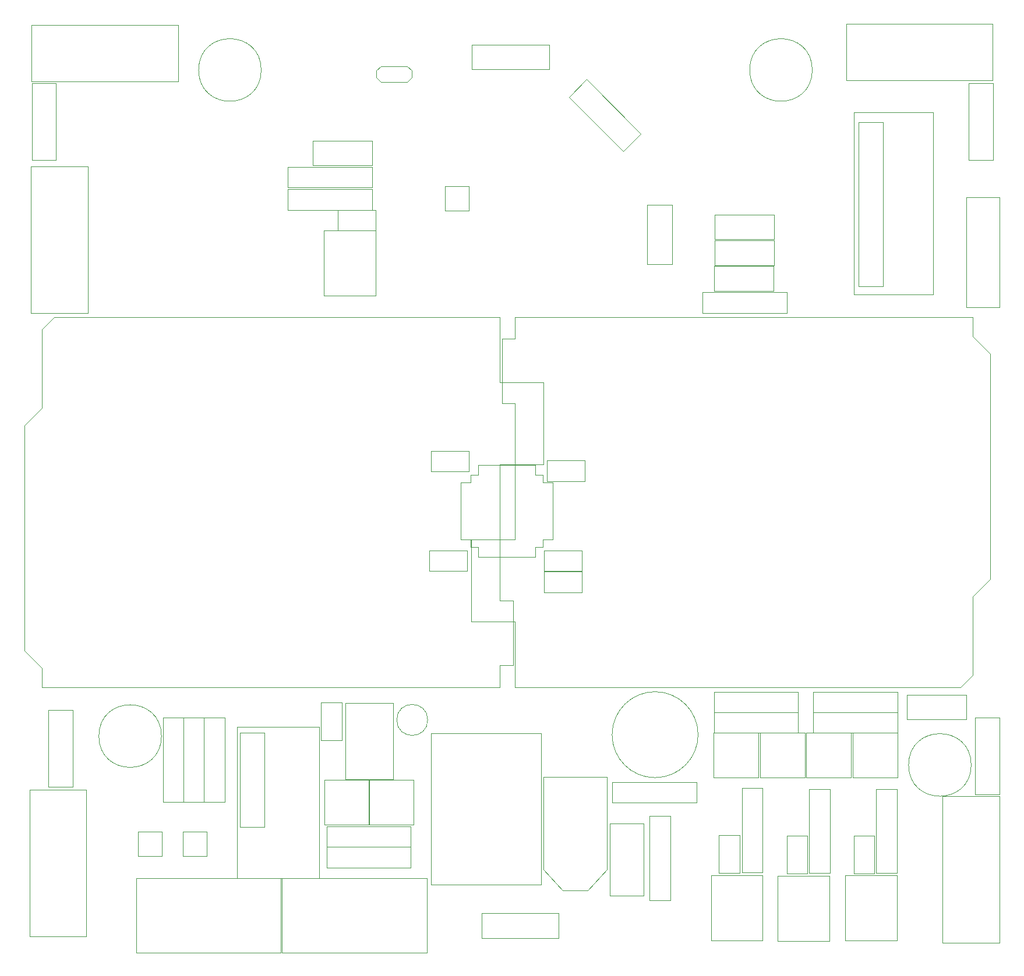
<source format=gbr>
G04 #@! TF.GenerationSoftware,KiCad,Pcbnew,(5.1.9)-1*
G04 #@! TF.CreationDate,2022-03-30T20:26:24+02:00*
G04 #@! TF.ProjectId,robot_mobilny_pcb,726f626f-745f-46d6-9f62-696c6e795f70,rev?*
G04 #@! TF.SameCoordinates,Original*
G04 #@! TF.FileFunction,Other,User*
%FSLAX46Y46*%
G04 Gerber Fmt 4.6, Leading zero omitted, Abs format (unit mm)*
G04 Created by KiCad (PCBNEW (5.1.9)-1) date 2022-03-30 20:26:24*
%MOMM*%
%LPD*%
G01*
G04 APERTURE LIST*
%ADD10C,0.050000*%
%ADD11C,0.120000*%
G04 APERTURE END LIST*
D10*
X61800000Y-183050000D02*
X61800000Y-161050000D01*
X49800000Y-183050000D02*
X61800000Y-183050000D01*
X49800000Y-161050000D02*
X49800000Y-183050000D01*
X49800000Y-161050000D02*
X61800000Y-161050000D01*
X139500000Y-98150000D02*
X139500000Y-71650000D01*
X151000000Y-98150000D02*
X139500000Y-98150000D01*
X151000000Y-71650000D02*
X151000000Y-98150000D01*
X139500000Y-71650000D02*
X151000000Y-71650000D01*
X80050000Y-82450000D02*
X83550000Y-82450000D01*
X80050000Y-82450000D02*
X80050000Y-85950000D01*
X83550000Y-85950000D02*
X83550000Y-82450000D01*
X83550000Y-85950000D02*
X80050000Y-85950000D01*
X35450000Y-176350000D02*
X38950000Y-176350000D01*
X35450000Y-176350000D02*
X35450000Y-179850000D01*
X38950000Y-179850000D02*
X38950000Y-176350000D01*
X38950000Y-179850000D02*
X35450000Y-179850000D01*
X41950000Y-176350000D02*
X45450000Y-176350000D01*
X41950000Y-176350000D02*
X41950000Y-179850000D01*
X45450000Y-179850000D02*
X45450000Y-176350000D01*
X45450000Y-179850000D02*
X41950000Y-179850000D01*
X70750000Y-67250000D02*
X74550000Y-67250000D01*
X74550000Y-67250000D02*
X75200000Y-66600000D01*
X75200000Y-66600000D02*
X75200000Y-65600000D01*
X75200000Y-65600000D02*
X74550000Y-64950000D01*
X74550000Y-64950000D02*
X70750000Y-64950000D01*
X70750000Y-64950000D02*
X70100000Y-65600000D01*
X70100000Y-65600000D02*
X70100000Y-66600000D01*
X70100000Y-66600000D02*
X70750000Y-67250000D01*
X108537686Y-74792102D02*
X100618090Y-66872506D01*
X100618090Y-66872506D02*
X98072506Y-69418090D01*
X98072506Y-69418090D02*
X105992102Y-77337686D01*
X105992102Y-77337686D02*
X108537686Y-74792102D01*
X21490000Y-155300000D02*
X21490000Y-152510000D01*
X21490000Y-152510000D02*
X18950000Y-149970000D01*
X18950000Y-149970000D02*
X18950000Y-117200000D01*
X18950000Y-117200000D02*
X21490000Y-114660000D01*
X21490000Y-114660000D02*
X21490000Y-103230000D01*
X21490000Y-103230000D02*
X23260000Y-101460000D01*
X23260000Y-101460000D02*
X88030000Y-101460000D01*
X88030000Y-101460000D02*
X88030000Y-110980000D01*
X88030000Y-110980000D02*
X94380000Y-110980000D01*
X94380000Y-110980000D02*
X94380000Y-122920000D01*
X94380000Y-122920000D02*
X88030000Y-122920000D01*
X88030000Y-122920000D02*
X88030000Y-142730000D01*
X88030000Y-142730000D02*
X89940000Y-142730000D01*
X89940000Y-142730000D02*
X89940000Y-152130000D01*
X89940000Y-152130000D02*
X88030000Y-152130000D01*
X88030000Y-152130000D02*
X88030000Y-155300000D01*
X88030000Y-155300000D02*
X21490000Y-155300000D01*
X90260000Y-101460000D02*
X156800000Y-101460000D01*
X90260000Y-104630000D02*
X90260000Y-101460000D01*
X88350000Y-104630000D02*
X90260000Y-104630000D01*
X88350000Y-114030000D02*
X88350000Y-104630000D01*
X90260000Y-114030000D02*
X88350000Y-114030000D01*
X90260000Y-133840000D02*
X90260000Y-114030000D01*
X83910000Y-133840000D02*
X90260000Y-133840000D01*
X83910000Y-145780000D02*
X83910000Y-133840000D01*
X90260000Y-145780000D02*
X83910000Y-145780000D01*
X90260000Y-155300000D02*
X90260000Y-145780000D01*
X155030000Y-155300000D02*
X90260000Y-155300000D01*
X156800000Y-153530000D02*
X155030000Y-155300000D01*
X156800000Y-142100000D02*
X156800000Y-153530000D01*
X159340000Y-139560000D02*
X156800000Y-142100000D01*
X159340000Y-106790000D02*
X159340000Y-139560000D01*
X156800000Y-104250000D02*
X159340000Y-106790000D01*
X156800000Y-101460000D02*
X156800000Y-104250000D01*
X89050000Y-122950000D02*
X84900000Y-122950000D01*
X84900000Y-122950000D02*
X84900000Y-124400000D01*
X84900000Y-124400000D02*
X83800000Y-124400000D01*
X83800000Y-124400000D02*
X83800000Y-125500000D01*
X83800000Y-125500000D02*
X82350000Y-125500000D01*
X82350000Y-125500000D02*
X82350000Y-129650000D01*
X89050000Y-122950000D02*
X93200000Y-122950000D01*
X93200000Y-122950000D02*
X93200000Y-124400000D01*
X93200000Y-124400000D02*
X94300000Y-124400000D01*
X94300000Y-124400000D02*
X94300000Y-125500000D01*
X94300000Y-125500000D02*
X95750000Y-125500000D01*
X95750000Y-125500000D02*
X95750000Y-129650000D01*
X89050000Y-136350000D02*
X84900000Y-136350000D01*
X84900000Y-136350000D02*
X84900000Y-134900000D01*
X84900000Y-134900000D02*
X83800000Y-134900000D01*
X83800000Y-134900000D02*
X83800000Y-133800000D01*
X83800000Y-133800000D02*
X82350000Y-133800000D01*
X82350000Y-133800000D02*
X82350000Y-129650000D01*
X89050000Y-136350000D02*
X93200000Y-136350000D01*
X93200000Y-136350000D02*
X93200000Y-134900000D01*
X93200000Y-134900000D02*
X94300000Y-134900000D01*
X94300000Y-134900000D02*
X94300000Y-133800000D01*
X94300000Y-133800000D02*
X95750000Y-133800000D01*
X95750000Y-133800000D02*
X95750000Y-129650000D01*
X156550000Y-166600000D02*
G75*
G03*
X156550000Y-166600000I-4550000J0D01*
G01*
X38850000Y-162400000D02*
G75*
G03*
X38850000Y-162400000I-4550000J0D01*
G01*
X133450000Y-65500000D02*
G75*
G03*
X133450000Y-65500000I-4550000J0D01*
G01*
X53350000Y-65500000D02*
G75*
G03*
X53350000Y-65500000I-4550000J0D01*
G01*
X56200000Y-183090000D02*
X35200000Y-183090000D01*
X56200000Y-193900000D02*
X56200000Y-183090000D01*
X35200000Y-193900000D02*
X56200000Y-193900000D01*
X35200000Y-183090000D02*
X35200000Y-193900000D01*
X56400000Y-183090000D02*
X56400000Y-193900000D01*
X56400000Y-193900000D02*
X77400000Y-193900000D01*
X77400000Y-193900000D02*
X77400000Y-183090000D01*
X77400000Y-183090000D02*
X56400000Y-183090000D01*
X53850000Y-175600000D02*
X50300000Y-175600000D01*
X50300000Y-175600000D02*
X50300000Y-161900000D01*
X50300000Y-161900000D02*
X53850000Y-161900000D01*
X53850000Y-161900000D02*
X53850000Y-175600000D01*
D11*
X78000000Y-162000000D02*
X94000000Y-162000000D01*
X78000000Y-184000000D02*
X94000000Y-184000000D01*
X94000000Y-162000000D02*
X94000000Y-184000000D01*
X78000000Y-162000000D02*
X78000000Y-184000000D01*
D10*
X96600000Y-188200000D02*
X85400000Y-188200000D01*
X85400000Y-188200000D02*
X85400000Y-191800000D01*
X85400000Y-191800000D02*
X96600000Y-191800000D01*
X96600000Y-191800000D02*
X96600000Y-188200000D01*
X45050000Y-172010000D02*
X48050000Y-172010000D01*
X48050000Y-172010000D02*
X48050000Y-159750000D01*
X48050000Y-159750000D02*
X45050000Y-159750000D01*
X45050000Y-159750000D02*
X45050000Y-172010000D01*
X45050000Y-159750000D02*
X42050000Y-159750000D01*
X42050000Y-159750000D02*
X42050000Y-172010000D01*
X42050000Y-172010000D02*
X45050000Y-172010000D01*
X45050000Y-172010000D02*
X45050000Y-159750000D01*
X99950000Y-138500000D02*
X94450000Y-138500000D01*
X99950000Y-141500000D02*
X99950000Y-138500000D01*
X94450000Y-141500000D02*
X99950000Y-141500000D01*
X94450000Y-138500000D02*
X94450000Y-141500000D01*
X69050000Y-175300000D02*
X75500000Y-175300000D01*
X69050000Y-168800000D02*
X69050000Y-175300000D01*
X75500000Y-168800000D02*
X69050000Y-168800000D01*
X75500000Y-175300000D02*
X75500000Y-168800000D01*
X62550000Y-175300000D02*
X69000000Y-175300000D01*
X62550000Y-168800000D02*
X62550000Y-175300000D01*
X69000000Y-168800000D02*
X62550000Y-168800000D01*
X69000000Y-175300000D02*
X69000000Y-168800000D01*
X62840000Y-181550000D02*
X75100000Y-181550000D01*
X62840000Y-178550000D02*
X62840000Y-181550000D01*
X75100000Y-178550000D02*
X62840000Y-178550000D01*
X75100000Y-181550000D02*
X75100000Y-178550000D01*
X62840000Y-178550000D02*
X75100000Y-178550000D01*
X62840000Y-175550000D02*
X62840000Y-178550000D01*
X75100000Y-175550000D02*
X62840000Y-175550000D01*
X75100000Y-178550000D02*
X75100000Y-175550000D01*
X145750000Y-182360000D02*
X145750000Y-170100000D01*
X142750000Y-182360000D02*
X145750000Y-182360000D01*
X142750000Y-170100000D02*
X142750000Y-182360000D01*
X145750000Y-170100000D02*
X142750000Y-170100000D01*
X136000000Y-182360000D02*
X136000000Y-170100000D01*
X133000000Y-182360000D02*
X136000000Y-182360000D01*
X133000000Y-170100000D02*
X133000000Y-182360000D01*
X136000000Y-170100000D02*
X133000000Y-170100000D01*
X145810000Y-155950000D02*
X133550000Y-155950000D01*
X145810000Y-158950000D02*
X145810000Y-155950000D01*
X133550000Y-158950000D02*
X145810000Y-158950000D01*
X133550000Y-155950000D02*
X133550000Y-158950000D01*
X145810000Y-158950000D02*
X133550000Y-158950000D01*
X145810000Y-161950000D02*
X145810000Y-158950000D01*
X133550000Y-161950000D02*
X145810000Y-161950000D01*
X133550000Y-158950000D02*
X133550000Y-161950000D01*
X119140000Y-158950000D02*
X131400000Y-158950000D01*
X119140000Y-155950000D02*
X119140000Y-158950000D01*
X131400000Y-155950000D02*
X119140000Y-155950000D01*
X131400000Y-158950000D02*
X131400000Y-155950000D01*
X126250000Y-182250000D02*
X126250000Y-169990000D01*
X123250000Y-182250000D02*
X126250000Y-182250000D01*
X123250000Y-169990000D02*
X123250000Y-182250000D01*
X126250000Y-169990000D02*
X123250000Y-169990000D01*
X104350000Y-169100000D02*
X104350000Y-172100000D01*
X104350000Y-172100000D02*
X116610000Y-172100000D01*
X116610000Y-172100000D02*
X116610000Y-169100000D01*
X116610000Y-169100000D02*
X104350000Y-169100000D01*
X119140000Y-161950000D02*
X131400000Y-161950000D01*
X119140000Y-158950000D02*
X119140000Y-161950000D01*
X131400000Y-158950000D02*
X119140000Y-158950000D01*
X131400000Y-161950000D02*
X131400000Y-158950000D01*
X117500000Y-97850000D02*
X117500000Y-100850000D01*
X117500000Y-100850000D02*
X129760000Y-100850000D01*
X129760000Y-100850000D02*
X129760000Y-97850000D01*
X129760000Y-97850000D02*
X117500000Y-97850000D01*
X57240000Y-82600000D02*
X69500000Y-82600000D01*
X57240000Y-79600000D02*
X57240000Y-82600000D01*
X69500000Y-79600000D02*
X57240000Y-79600000D01*
X69500000Y-82600000D02*
X69500000Y-79600000D01*
X57240000Y-85850000D02*
X69500000Y-85850000D01*
X57240000Y-82850000D02*
X57240000Y-85850000D01*
X69500000Y-82850000D02*
X57240000Y-82850000D01*
X69500000Y-85850000D02*
X69500000Y-82850000D01*
X112800000Y-186310000D02*
X112800000Y-174050000D01*
X109800000Y-186310000D02*
X112800000Y-186310000D01*
X109800000Y-174050000D02*
X109800000Y-186310000D01*
X112800000Y-174050000D02*
X109800000Y-174050000D01*
X39050000Y-159750000D02*
X39050000Y-172010000D01*
X42050000Y-159750000D02*
X39050000Y-159750000D01*
X42050000Y-172010000D02*
X42050000Y-159750000D01*
X39050000Y-172010000D02*
X42050000Y-172010000D01*
X147200000Y-160000000D02*
X155850000Y-160000000D01*
X155850000Y-160000000D02*
X155850000Y-156400000D01*
X155850000Y-156400000D02*
X147200000Y-156400000D01*
X147200000Y-156400000D02*
X147200000Y-160000000D01*
X113050000Y-93800000D02*
X113050000Y-85150000D01*
X113050000Y-85150000D02*
X109450000Y-85150000D01*
X109450000Y-85150000D02*
X109450000Y-93800000D01*
X109450000Y-93800000D02*
X113050000Y-93800000D01*
X119250000Y-90150000D02*
X127900000Y-90150000D01*
X127900000Y-90150000D02*
X127900000Y-86550000D01*
X127900000Y-86550000D02*
X119250000Y-86550000D01*
X119250000Y-86550000D02*
X119250000Y-90150000D01*
X119250000Y-93900000D02*
X127900000Y-93900000D01*
X127900000Y-93900000D02*
X127900000Y-90300000D01*
X127900000Y-90300000D02*
X119250000Y-90300000D01*
X119250000Y-90300000D02*
X119250000Y-93900000D01*
X26000000Y-158600000D02*
X22400000Y-158600000D01*
X26000000Y-169800000D02*
X26000000Y-158600000D01*
X22400000Y-169800000D02*
X26000000Y-169800000D01*
X22400000Y-158600000D02*
X22400000Y-169800000D01*
X140200000Y-97000000D02*
X140200000Y-73100000D01*
X143750000Y-97000000D02*
X140200000Y-97000000D01*
X143750000Y-73100000D02*
X143750000Y-97000000D01*
X140200000Y-73100000D02*
X143750000Y-73100000D01*
X119210000Y-97650000D02*
X127860000Y-97650000D01*
X127860000Y-97650000D02*
X127860000Y-94050000D01*
X127860000Y-94050000D02*
X119210000Y-94050000D01*
X119210000Y-94050000D02*
X119210000Y-97650000D01*
X69500000Y-79400000D02*
X69500000Y-75800000D01*
X60850000Y-79400000D02*
X69500000Y-79400000D01*
X60850000Y-75800000D02*
X60850000Y-79400000D01*
X69500000Y-75800000D02*
X60850000Y-75800000D01*
X142500000Y-182400000D02*
X142500000Y-176900000D01*
X139500000Y-182400000D02*
X142500000Y-182400000D01*
X139500000Y-176900000D02*
X139500000Y-182400000D01*
X142500000Y-176900000D02*
X139500000Y-176900000D01*
X132750000Y-182400000D02*
X132750000Y-176900000D01*
X129750000Y-182400000D02*
X132750000Y-182400000D01*
X129750000Y-176900000D02*
X129750000Y-182400000D01*
X132750000Y-176900000D02*
X129750000Y-176900000D01*
X122900000Y-182300000D02*
X122900000Y-176800000D01*
X119900000Y-182300000D02*
X122900000Y-182300000D01*
X119900000Y-176800000D02*
X119900000Y-182300000D01*
X122900000Y-176800000D02*
X119900000Y-176800000D01*
X64450000Y-88850000D02*
X69950000Y-88850000D01*
X64450000Y-85850000D02*
X64450000Y-88850000D01*
X69950000Y-85850000D02*
X64450000Y-85850000D01*
X69950000Y-88850000D02*
X69950000Y-85850000D01*
X77550000Y-160050000D02*
G75*
G03*
X77550000Y-160050000I-2250000J0D01*
G01*
X62050000Y-157550000D02*
X62050000Y-163050000D01*
X65050000Y-157550000D02*
X62050000Y-157550000D01*
X65050000Y-163050000D02*
X65050000Y-157550000D01*
X62050000Y-163050000D02*
X65050000Y-163050000D01*
X77800000Y-135400000D02*
X77800000Y-138400000D01*
X77800000Y-138400000D02*
X83300000Y-138400000D01*
X83300000Y-138400000D02*
X83300000Y-135400000D01*
X83300000Y-135400000D02*
X77800000Y-135400000D01*
X94450000Y-135400000D02*
X94450000Y-138400000D01*
X94450000Y-138400000D02*
X99950000Y-138400000D01*
X99950000Y-138400000D02*
X99950000Y-135400000D01*
X99950000Y-135400000D02*
X94450000Y-135400000D01*
X94900000Y-122300000D02*
X94900000Y-125300000D01*
X94900000Y-125300000D02*
X100400000Y-125300000D01*
X100400000Y-125300000D02*
X100400000Y-122300000D01*
X100400000Y-122300000D02*
X94900000Y-122300000D01*
X83550000Y-123900000D02*
X83550000Y-120900000D01*
X83550000Y-120900000D02*
X78050000Y-120900000D01*
X78050000Y-120900000D02*
X78050000Y-123900000D01*
X78050000Y-123900000D02*
X83550000Y-123900000D01*
X116850000Y-162200000D02*
G75*
G03*
X116850000Y-162200000I-6250000J0D01*
G01*
X69700000Y-98350000D02*
X62700000Y-98350000D01*
X62450000Y-98100000D02*
X62450000Y-89100000D01*
X62700000Y-88850000D02*
X69700000Y-88850000D01*
X69950000Y-89100000D02*
X69950000Y-98100000D01*
X62450000Y-88850000D02*
X62450000Y-89100000D01*
X62700000Y-88850000D02*
X62450000Y-88850000D01*
X69950000Y-88850000D02*
X69950000Y-89100000D01*
X69700000Y-88850000D02*
X69950000Y-88850000D01*
X69950000Y-98350000D02*
X69700000Y-98350000D01*
X69950000Y-98100000D02*
X69950000Y-98350000D01*
X62450000Y-98350000D02*
X62700000Y-98350000D01*
X62450000Y-98100000D02*
X62450000Y-98350000D01*
X65550000Y-168700000D02*
X72550000Y-168700000D01*
X72550000Y-168700000D02*
X72550000Y-157600000D01*
X72550000Y-157600000D02*
X65550000Y-157600000D01*
X65550000Y-157600000D02*
X65550000Y-168700000D01*
X145500000Y-192150000D02*
X138500000Y-192150000D01*
X138250000Y-191900000D02*
X138250000Y-182900000D01*
X138500000Y-182650000D02*
X145500000Y-182650000D01*
X145750000Y-182900000D02*
X145750000Y-191900000D01*
X138250000Y-182650000D02*
X138250000Y-182900000D01*
X138500000Y-182650000D02*
X138250000Y-182650000D01*
X145750000Y-182650000D02*
X145750000Y-182900000D01*
X145500000Y-182650000D02*
X145750000Y-182650000D01*
X145750000Y-192150000D02*
X145500000Y-192150000D01*
X145750000Y-191900000D02*
X145750000Y-192150000D01*
X138250000Y-192150000D02*
X138500000Y-192150000D01*
X138250000Y-191900000D02*
X138250000Y-192150000D01*
X135700000Y-192210000D02*
X128700000Y-192210000D01*
X128450000Y-191960000D02*
X128450000Y-182960000D01*
X128700000Y-182710000D02*
X135700000Y-182710000D01*
X135950000Y-182960000D02*
X135950000Y-191960000D01*
X128450000Y-182710000D02*
X128450000Y-182960000D01*
X128700000Y-182710000D02*
X128450000Y-182710000D01*
X135950000Y-182710000D02*
X135950000Y-182960000D01*
X135700000Y-182710000D02*
X135950000Y-182710000D01*
X135950000Y-192210000D02*
X135700000Y-192210000D01*
X135950000Y-191960000D02*
X135950000Y-192210000D01*
X128450000Y-192210000D02*
X128700000Y-192210000D01*
X128450000Y-191960000D02*
X128450000Y-192210000D01*
X126000000Y-192150000D02*
X119000000Y-192150000D01*
X118750000Y-191900000D02*
X118750000Y-182900000D01*
X119000000Y-182650000D02*
X126000000Y-182650000D01*
X126250000Y-182900000D02*
X126250000Y-191900000D01*
X118750000Y-182650000D02*
X118750000Y-182900000D01*
X119000000Y-182650000D02*
X118750000Y-182650000D01*
X126250000Y-182650000D02*
X126250000Y-182900000D01*
X126000000Y-182650000D02*
X126250000Y-182650000D01*
X126250000Y-192150000D02*
X126000000Y-192150000D01*
X126250000Y-191900000D02*
X126250000Y-192150000D01*
X118750000Y-192150000D02*
X119000000Y-192150000D01*
X118750000Y-191900000D02*
X118750000Y-192150000D01*
X95200000Y-65400000D02*
X84000000Y-65400000D01*
X95200000Y-61850000D02*
X95200000Y-65400000D01*
X84000000Y-61850000D02*
X95200000Y-61850000D01*
X84000000Y-65400000D02*
X84000000Y-61850000D01*
X156200000Y-78600000D02*
X156200000Y-67400000D01*
X159750000Y-78600000D02*
X156200000Y-78600000D01*
X159750000Y-67400000D02*
X159750000Y-78600000D01*
X156200000Y-67400000D02*
X159750000Y-67400000D01*
X20000000Y-78600000D02*
X20000000Y-67400000D01*
X23550000Y-78600000D02*
X20000000Y-78600000D01*
X23550000Y-67400000D02*
X23550000Y-78600000D01*
X20000000Y-67400000D02*
X23550000Y-67400000D01*
X157085000Y-170900000D02*
X157085000Y-159700000D01*
X160635000Y-170900000D02*
X157085000Y-170900000D01*
X160635000Y-159700000D02*
X160635000Y-170900000D01*
X157085000Y-159700000D02*
X160635000Y-159700000D01*
X160650000Y-192440000D02*
X160650000Y-171120000D01*
X152400000Y-192440000D02*
X160650000Y-192440000D01*
X152400000Y-171120000D02*
X152400000Y-192440000D01*
X160650000Y-171120000D02*
X152400000Y-171120000D01*
X19700000Y-170225000D02*
X19700000Y-191545000D01*
X27950000Y-170225000D02*
X19700000Y-170225000D01*
X27950000Y-191545000D02*
X27950000Y-170225000D01*
X19700000Y-191545000D02*
X27950000Y-191545000D01*
X159680000Y-58750000D02*
X138360000Y-58750000D01*
X159680000Y-67000000D02*
X159680000Y-58750000D01*
X138360000Y-67000000D02*
X159680000Y-67000000D01*
X138360000Y-58750000D02*
X138360000Y-67000000D01*
X155835000Y-84000000D02*
X155835000Y-100000000D01*
X160635000Y-84000000D02*
X155835000Y-84000000D01*
X160635000Y-100000000D02*
X160635000Y-84000000D01*
X155835000Y-100000000D02*
X160635000Y-100000000D01*
X19900000Y-79520000D02*
X19900000Y-100840000D01*
X28150000Y-79520000D02*
X19900000Y-79520000D01*
X28150000Y-100840000D02*
X28150000Y-79520000D01*
X19900000Y-100840000D02*
X28150000Y-100840000D01*
X41280000Y-58950000D02*
X19960000Y-58950000D01*
X41280000Y-67200000D02*
X41280000Y-58950000D01*
X19960000Y-67200000D02*
X41280000Y-67200000D01*
X19960000Y-58950000D02*
X19960000Y-67200000D01*
X94400000Y-168350000D02*
X103600000Y-168350000D01*
X103600000Y-168350000D02*
X103600000Y-181800000D01*
X103600000Y-181800000D02*
X100850000Y-184850000D01*
X100850000Y-184850000D02*
X97150000Y-184850000D01*
X97150000Y-184850000D02*
X94400000Y-181800000D01*
X94400000Y-181800000D02*
X94400000Y-168350000D01*
X139350000Y-161950000D02*
X139350000Y-168400000D01*
X145850000Y-161950000D02*
X139350000Y-161950000D01*
X145850000Y-168400000D02*
X145850000Y-161950000D01*
X139350000Y-168400000D02*
X145850000Y-168400000D01*
X132600000Y-161950000D02*
X132600000Y-168400000D01*
X139100000Y-161950000D02*
X132600000Y-161950000D01*
X139100000Y-168400000D02*
X139100000Y-161950000D01*
X132600000Y-168400000D02*
X139100000Y-168400000D01*
X125850000Y-161950000D02*
X125850000Y-168400000D01*
X132350000Y-161950000D02*
X125850000Y-161950000D01*
X132350000Y-168400000D02*
X132350000Y-161950000D01*
X125850000Y-168400000D02*
X132350000Y-168400000D01*
X119100000Y-161950000D02*
X119100000Y-168400000D01*
X125600000Y-161950000D02*
X119100000Y-161950000D01*
X125600000Y-168400000D02*
X125600000Y-161950000D01*
X119100000Y-168400000D02*
X125600000Y-168400000D01*
X108950000Y-185600000D02*
X108950000Y-175100000D01*
X104040000Y-185600000D02*
X108950000Y-185600000D01*
X104040000Y-175100000D02*
X104040000Y-185600000D01*
X108950000Y-175100000D02*
X104040000Y-175100000D01*
M02*

</source>
